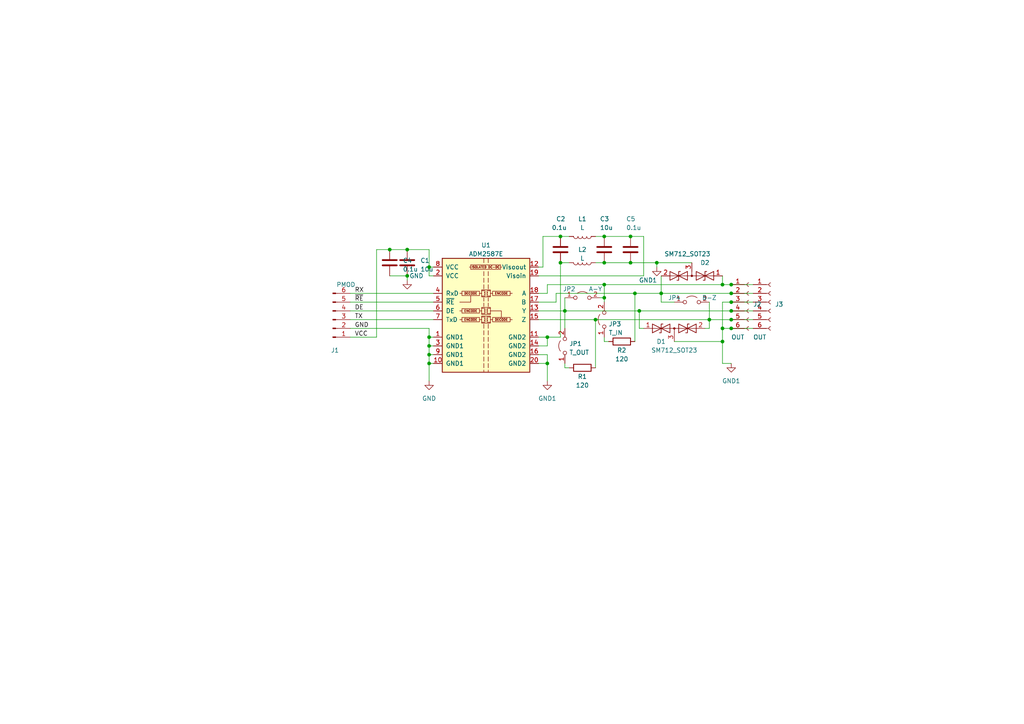
<source format=kicad_sch>
(kicad_sch (version 20220103) (generator eeschema)
  (paper "A4")
  (lib_symbols
    (symbol "Connector:Conn_01x06_Female" (pin_names (offset 1.016) hide)
      (property "Reference" "J" (at 0 7.62 0))
      (property "Value" "Conn_01x06_Female" (at 0 -10.16 0))
      (symbol "Conn_01x06_Female_1_1"
        (arc (start 0 -7.112) (mid -0.508 -7.62) (end 0 -8.128) (stroke (width 0.1524)))
        (arc (start 0 -4.572) (mid -0.508 -5.08) (end 0 -5.588) (stroke (width 0.1524)))
        (arc (start 0 -2.032) (mid -0.508 -2.54) (end 0 -3.048) (stroke (width 0.1524)))
        (polyline (pts (xy -1.27 -7.62) (xy -0.508 -7.62)) (stroke (width 0.1524)))
        (polyline (pts (xy -1.27 -5.08) (xy -0.508 -5.08)) (stroke (width 0.1524)))
        (polyline (pts (xy -1.27 -2.54) (xy -0.508 -2.54)) (stroke (width 0.1524)))
        (polyline (pts (xy -1.27 0) (xy -0.508 0)) (stroke (width 0.1524)))
        (polyline (pts (xy -1.27 2.54) (xy -0.508 2.54)) (stroke (width 0.1524)))
        (polyline (pts (xy -1.27 5.08) (xy -0.508 5.08)) (stroke (width 0.1524)))
        (arc (start 0 0.508) (mid -0.508 0) (end 0 -0.508) (stroke (width 0.1524)))
        (arc (start 0 3.048) (mid -0.508 2.54) (end 0 2.032) (stroke (width 0.1524)))
        (arc (start 0 5.588) (mid -0.508 5.08) (end 0 4.572) (stroke (width 0.1524)))
        (pin passive line (at -5.08 5.08 0) (length 3.81) (name "Pin_1") (number "1"))
        (pin passive line (at -5.08 2.54 0) (length 3.81) (name "Pin_2") (number "2"))
        (pin passive line (at -5.08 0 0) (length 3.81) (name "Pin_3") (number "3"))
        (pin passive line (at -5.08 -2.54 0) (length 3.81) (name "Pin_4") (number "4"))
        (pin passive line (at -5.08 -5.08 0) (length 3.81) (name "Pin_5") (number "5"))
        (pin passive line (at -5.08 -7.62 0) (length 3.81) (name "Pin_6") (number "6"))
      )
    )
    (symbol "Connector:Conn_01x06_Male" (pin_names (offset 1.016) hide)
      (property "Reference" "J" (at 0 7.62 0))
      (property "Value" "Conn_01x06_Male" (at 0 -10.16 0))
      (symbol "Conn_01x06_Male_1_1"
        (polyline (pts (xy 1.27 -7.62) (xy 0.8636 -7.62)) (stroke (width 0.1524)))
        (polyline (pts (xy 1.27 -5.08) (xy 0.8636 -5.08)) (stroke (width 0.1524)))
        (polyline (pts (xy 1.27 -2.54) (xy 0.8636 -2.54)) (stroke (width 0.1524)))
        (polyline (pts (xy 1.27 0) (xy 0.8636 0)) (stroke (width 0.1524)))
        (polyline (pts (xy 1.27 2.54) (xy 0.8636 2.54)) (stroke (width 0.1524)))
        (polyline (pts (xy 1.27 5.08) (xy 0.8636 5.08)) (stroke (width 0.1524)))
        (rectangle (start 0.8636 -7.493) (end 0 -7.747) (stroke (width 0.1524)) (fill (type outline)))
        (rectangle (start 0.8636 -4.953) (end 0 -5.207) (stroke (width 0.1524)) (fill (type outline)))
        (rectangle (start 0.8636 -2.413) (end 0 -2.667) (stroke (width 0.1524)) (fill (type outline)))
        (rectangle (start 0.8636 0.127) (end 0 -0.127) (stroke (width 0.1524)) (fill (type outline)))
        (rectangle (start 0.8636 2.667) (end 0 2.413) (stroke (width 0.1524)) (fill (type outline)))
        (rectangle (start 0.8636 5.207) (end 0 4.953) (stroke (width 0.1524)) (fill (type outline)))
        (pin passive line (at 5.08 5.08 180) (length 3.81) (name "Pin_1") (number "1"))
        (pin passive line (at 5.08 2.54 180) (length 3.81) (name "Pin_2") (number "2"))
        (pin passive line (at 5.08 0 180) (length 3.81) (name "Pin_3") (number "3"))
        (pin passive line (at 5.08 -2.54 180) (length 3.81) (name "Pin_4") (number "4"))
        (pin passive line (at 5.08 -5.08 180) (length 3.81) (name "Pin_5") (number "5"))
        (pin passive line (at 5.08 -7.62 180) (length 3.81) (name "Pin_6") (number "6"))
      )
    )
    (symbol "Device:C" (pin_numbers hide) (pin_names (offset 0.254))
      (property "Reference" "C" (at 0.635 2.54 0))
      (property "Value" "C" (at 0.635 -2.54 0))
      (symbol "C_0_1"
        (polyline (pts (xy -2.032 -0.762) (xy 2.032 -0.762)) (stroke (width 0.508)))
        (polyline (pts (xy -2.032 0.762) (xy 2.032 0.762)) (stroke (width 0.508)))
      )
      (symbol "C_1_1"
        (pin passive line (at 0 3.81 270) (length 2.794) (name "~") (number "1"))
        (pin passive line (at 0 -3.81 90) (length 2.794) (name "~") (number "2"))
      )
    )
    (symbol "Device:L" (pin_numbers hide) (pin_names (offset 1.016) hide)
      (property "Reference" "L" (at -1.27 0 90))
      (property "Value" "L" (at 1.905 0 90))
      (symbol "L_0_1"
        (arc (start 0 -2.54) (mid 0.635 -1.905) (end 0 -1.27))
        (arc (start 0 -1.27) (mid 0.635 -0.635) (end 0 0))
        (arc (start 0 0) (mid 0.635 0.635) (end 0 1.27))
        (arc (start 0 1.27) (mid 0.635 1.905) (end 0 2.54))
      )
      (symbol "L_1_1"
        (pin passive line (at 0 3.81 270) (length 1.27) (name "1") (number "1"))
        (pin passive line (at 0 -3.81 90) (length 1.27) (name "2") (number "2"))
      )
    )
    (symbol "Device:R" (pin_numbers hide) (pin_names (offset 0))
      (property "Reference" "R" (at 2.032 0 90))
      (property "Value" "R" (at 0 0 90))
      (symbol "R_0_1"
        (rectangle (start -1.016 -2.54) (end 1.016 2.54) (stroke (width 0.254)))
      )
      (symbol "R_1_1"
        (pin passive line (at 0 3.81 270) (length 1.27) (name "~") (number "1"))
        (pin passive line (at 0 -3.81 90) (length 1.27) (name "~") (number "2"))
      )
    )
    (symbol "Diode:SM712_SOT23" (pin_names (offset 1.016) hide)
      (property "Reference" "D" (at 0 4.445 0))
      (property "Value" "SM712_SOT23" (at 0 2.54 0))
      (symbol "SM712_SOT23_0_0"
        (polyline (pts (xy 0 -1.27) (xy 0 0)))
      )
      (symbol "SM712_SOT23_0_1"
        (polyline (pts (xy -6.35 0) (xy 6.35 0)))
        (polyline (pts (xy -3.302 1.27) (xy -3.81 1.27) (xy -3.81 -1.27) (xy -4.318 -1.27)) (stroke (width 0.2032)))
        (polyline (pts (xy 4.318 1.27) (xy 3.81 1.27) (xy 3.81 -1.27) (xy 3.302 -1.27)) (stroke (width 0.2032)))
        (polyline (pts (xy -6.35 -1.27) (xy -1.27 1.27) (xy -1.27 -1.27) (xy -6.35 1.27) (xy -6.35 -1.27)) (stroke (width 0.2032)))
        (polyline (pts (xy 1.27 -1.27) (xy 1.27 1.27) (xy 6.35 -1.27) (xy 6.35 1.27) (xy 1.27 -1.27)) (stroke (width 0.2032)))
        (circle (center 0 0) (radius 0.254) (fill (type outline)))
      )
      (symbol "SM712_SOT23_1_1"
        (pin passive line (at -8.89 0 0) (length 2.54) (name "A1") (number "1"))
        (pin passive line (at 8.89 0 180) (length 2.54) (name "A2") (number "2"))
        (pin input line (at 0 -3.81 90) (length 2.54) (name "common") (number "3"))
      )
    )
    (symbol "Interface_UART:ADM2587E" (pin_names (offset 1.016))
      (property "Reference" "U" (at 0 21.59 0))
      (property "Value" "ADM2587E" (at 0 19.05 0))
      (symbol "ADM2587E_0_0"
        (rectangle (start -1.905 0.635) (end -6.985 -0.635))
        (rectangle (start -1.27 1.016) (end 1.27 -1.016))
        (rectangle (start -1.27 3.556) (end 1.27 1.524))
        (rectangle (start -1.27 8.636) (end 1.27 6.604))
        (arc (start -0.508 -0.762) (mid -0.254 -0.508) (end -0.508 -0.254))
        (arc (start -0.508 -0.254) (mid -0.254 0) (end -0.508 0.254))
        (arc (start -0.508 0.254) (mid -0.254 0.508) (end -0.508 0.762))
        (arc (start -0.508 1.778) (mid -0.254 2.032) (end -0.508 2.286))
        (arc (start -0.508 2.286) (mid -0.254 2.54) (end -0.508 2.794))
        (arc (start -0.508 2.794) (mid -0.254 3.048) (end -0.508 3.302))
        (arc (start -0.508 6.858) (mid -0.254 7.112) (end -0.508 7.366))
        (arc (start -0.508 7.366) (mid -0.254 7.62) (end -0.508 7.874))
        (arc (start -0.508 7.874) (mid -0.254 8.128) (end -0.508 8.382))
        (polyline (pts (xy -6.985 0) (xy -7.62 0)))
        (polyline (pts (xy -6.985 2.54) (xy -7.62 2.54)))
        (polyline (pts (xy -6.985 7.62) (xy -7.62 7.62)))
        (polyline (pts (xy -4.445 14.605) (xy 4.191 14.605)))
        (polyline (pts (xy -4.445 15.24) (xy -4.826 15.24)))
        (polyline (pts (xy -4.445 15.875) (xy -4.445 14.605)))
        (polyline (pts (xy -1.905 0) (xy -1.27 0)))
        (polyline (pts (xy -1.905 2.54) (xy -1.27 2.54)))
        (polyline (pts (xy -1.905 7.62) (xy -1.27 7.62)))
        (polyline (pts (xy -1.27 -0.762) (xy -0.508 -0.762)))
        (polyline (pts (xy -1.27 0.762) (xy -0.508 0.762)))
        (polyline (pts (xy -1.27 1.778) (xy -0.508 1.778)))
        (polyline (pts (xy -1.27 3.302) (xy -0.508 3.302)))
        (polyline (pts (xy -1.27 6.858) (xy -0.508 6.858)))
        (polyline (pts (xy -1.27 8.382) (xy -0.508 8.382)))
        (polyline (pts (xy -0.635 -14.605) (xy -0.635 -15.24)))
        (polyline (pts (xy -0.635 -12.7) (xy -0.635 -13.97)))
        (polyline (pts (xy -0.635 -10.795) (xy -0.635 -12.065)))
        (polyline (pts (xy -0.635 -8.89) (xy -0.635 -10.16)))
        (polyline (pts (xy -0.635 -6.985) (xy -0.635 -8.255)))
        (polyline (pts (xy -0.635 -5.08) (xy -0.635 -6.35)))
        (polyline (pts (xy -0.635 -3.175) (xy -0.635 -4.445)))
        (polyline (pts (xy -0.635 -1.27) (xy -0.635 -2.54)))
        (polyline (pts (xy -0.635 4.826) (xy -0.635 3.81)))
        (polyline (pts (xy -0.635 6.35) (xy -0.635 5.334)))
        (polyline (pts (xy -0.635 8.89) (xy -0.635 10.16)))
        (polyline (pts (xy -0.635 10.795) (xy -0.635 12.065)))
        (polyline (pts (xy -0.635 12.7) (xy -0.635 13.97)))
        (polyline (pts (xy -0.635 17.78) (xy -0.635 16.51)))
        (polyline (pts (xy 0.635 -14.605) (xy 0.635 -15.24)))
        (polyline (pts (xy 0.635 -12.7) (xy 0.635 -13.97)))
        (polyline (pts (xy 0.635 -10.795) (xy 0.635 -12.065)))
        (polyline (pts (xy 0.635 -8.89) (xy 0.635 -10.16)))
        (polyline (pts (xy 0.635 -6.985) (xy 0.635 -8.255)))
        (polyline (pts (xy 0.635 -5.08) (xy 0.635 -6.35)))
        (polyline (pts (xy 0.635 -3.175) (xy 0.635 -4.445)))
        (polyline (pts (xy 0.635 -1.27) (xy 0.635 -2.54)))
        (polyline (pts (xy 0.635 3.81) (xy 0.635 4.826)))
        (polyline (pts (xy 0.635 6.35) (xy 0.635 5.334)))
        (polyline (pts (xy 0.635 8.89) (xy 0.635 10.16)))
        (polyline (pts (xy 0.635 12.065) (xy 0.635 10.795)))
        (polyline (pts (xy 0.635 13.97) (xy 0.635 12.7)))
        (polyline (pts (xy 0.635 17.78) (xy 0.635 16.51)))
        (polyline (pts (xy 1.27 -0.762) (xy 0.508 -0.762)))
        (polyline (pts (xy 1.27 0.762) (xy 0.508 0.762)))
        (polyline (pts (xy 1.27 1.778) (xy 0.508 1.778)))
        (polyline (pts (xy 1.27 3.302) (xy 0.508 3.302)))
        (polyline (pts (xy 1.27 6.858) (xy 0.508 6.858)))
        (polyline (pts (xy 1.27 8.382) (xy 0.508 8.382)))
        (polyline (pts (xy 1.905 0) (xy 1.27 0)))
        (polyline (pts (xy 1.905 7.62) (xy 1.27 7.62)))
        (polyline (pts (xy 4.191 15.24) (xy 4.572 15.24)))
        (polyline (pts (xy 4.191 15.875) (xy -4.445 15.875)))
        (polyline (pts (xy 4.191 15.875) (xy 4.191 14.605)))
        (polyline (pts (xy 6.985 0) (xy 7.62 0)))
        (polyline (pts (xy 6.985 7.62) (xy 7.62 7.62)))
        (arc (start 0.508 -0.254) (mid 0.254 -0.508) (end 0.508 -0.762))
        (arc (start 0.508 0.254) (mid 0.254 0) (end 0.508 -0.254))
        (arc (start 0.508 0.762) (mid 0.254 0.508) (end 0.508 0.254))
        (arc (start 0.508 2.286) (mid 0.254 2.032) (end 0.508 1.778))
        (arc (start 0.508 2.794) (mid 0.254 2.54) (end 0.508 2.286))
        (arc (start 0.508 3.302) (mid 0.254 3.048) (end 0.508 2.794))
        (arc (start 0.508 7.366) (mid 0.254 7.112) (end 0.508 6.858))
        (arc (start 0.508 7.874) (mid 0.254 7.62) (end 0.508 7.366))
        (arc (start 0.508 8.382) (mid 0.254 8.128) (end 0.508 7.874))
        (rectangle (start 1.905 0.635) (end 6.985 -0.635))
        (rectangle (start 1.905 8.255) (end 6.985 6.985))
        (text "DECODE" (at -4.445 7.62 0) (effects (font (size 0.635 0.635))))
        (text "DECODE" (at 4.445 0 0) (effects (font (size 0.635 0.635))))
        (text "ENCODE" (at -4.445 0 0) (effects (font (size 0.635 0.635))))
        (text "ENCODE" (at -4.445 2.54 0) (effects (font (size 0.635 0.635))))
        (text "ENCODE" (at 4.445 7.62 0) (effects (font (size 0.635 0.635))))
        (text "ISOLATED DC-DC" (at -0.127 15.24 0) (effects (font (size 0.635 0.635))))
      )
      (symbol "ADM2587E_0_1"
        (rectangle (start -12.7 17.78) (end 12.7 -15.24) (stroke (width 0.254)) (fill (type background)))
        (rectangle (start -1.905 3.175) (end -6.985 1.905))
        (rectangle (start -1.905 8.255) (end -6.985 6.985))
        (polyline (pts (xy -7.62 5.08) (xy -4.445 5.08) (xy -4.445 6.985)))
        (polyline (pts (xy 1.27 2.54) (xy 4.445 2.54) (xy 4.445 0.635)))
      )
      (symbol "ADM2587E_1_1"
        (pin power_in line (at -15.24 -5.08 0) (length 2.54) (name "GND1") (number "1"))
        (pin power_in line (at -15.24 -12.7 0) (length 2.54) (name "GND1") (number "10"))
        (pin power_in line (at 15.24 -5.08 180) (length 2.54) (name "GND2") (number "11"))
        (pin power_out line (at 15.24 15.24 180) (length 2.54) (name "Visoout") (number "12"))
        (pin output line (at 15.24 2.54 180) (length 2.54) (name "Y") (number "13"))
        (pin power_in line (at 15.24 -7.62 180) (length 2.54) (name "GND2") (number "14"))
        (pin output line (at 15.24 0 180) (length 2.54) (name "Z") (number "15"))
        (pin power_in line (at 15.24 -10.16 180) (length 2.54) (name "GND2") (number "16"))
        (pin input line (at 15.24 5.08 180) (length 2.54) (name "B") (number "17"))
        (pin input line (at 15.24 7.62 180) (length 2.54) (name "A") (number "18"))
        (pin power_in line (at 15.24 12.7 180) (length 2.54) (name "Visoin") (number "19"))
        (pin power_in line (at -15.24 12.7 0) (length 2.54) (name "VCC") (number "2"))
        (pin power_in line (at 15.24 -12.7 180) (length 2.54) (name "GND2") (number "20"))
        (pin power_in line (at -15.24 -7.62 0) (length 2.54) (name "GND1") (number "3"))
        (pin output line (at -15.24 7.62 0) (length 2.54) (name "RxD") (number "4"))
        (pin input line (at -15.24 5.08 0) (length 2.54) (name "~{RE}") (number "5"))
        (pin input line (at -15.24 2.54 0) (length 2.54) (name "DE") (number "6"))
        (pin input line (at -15.24 0 0) (length 2.54) (name "TxD") (number "7"))
        (pin power_in line (at -15.24 15.24 0) (length 2.54) (name "VCC") (number "8"))
        (pin power_in line (at -15.24 -10.16 0) (length 2.54) (name "GND1") (number "9"))
      )
    )
    (symbol "Jumper:Jumper_2_Open" (pin_names (offset 0) hide)
      (property "Reference" "JP" (at 0 2.794 0))
      (property "Value" "Jumper_2_Open" (at 0 -2.286 0))
      (symbol "Jumper_2_Open_0_0"
        (circle (center -2.032 0) (radius 0.508))
        (circle (center 2.032 0) (radius 0.508))
      )
      (symbol "Jumper_2_Open_0_1"
        (arc (start 1.524 1.27) (mid 0 1.778) (end -1.524 1.27))
      )
      (symbol "Jumper_2_Open_1_1"
        (pin passive line (at -5.08 0 0) (length 2.54) (name "A") (number "1"))
        (pin passive line (at 5.08 0 180) (length 2.54) (name "B") (number "2"))
      )
    )
    (symbol "power:GND" (power) (pin_names (offset 0))
      (property "Value" "GND" (at 0 -3.81 0))
      (symbol "GND_0_1"
        (polyline (pts (xy 0 0) (xy 0 -1.27) (xy 1.27 -1.27) (xy 0 -2.54) (xy -1.27 -1.27) (xy 0 -1.27)))
      )
      (symbol "GND_1_1"
        (pin power_in line (at 0 0 270) (length 0) hide (name "GND") (number "1"))
      )
    )
    (symbol "power:GND1" (power) (pin_names (offset 0))
      (property "Value" "GND1" (at 0 -3.81 0))
      (symbol "GND1_0_1"
        (polyline (pts (xy 0 0) (xy 0 -1.27) (xy 1.27 -1.27) (xy 0 -2.54) (xy -1.27 -1.27) (xy 0 -1.27)))
      )
      (symbol "GND1_1_1"
        (pin power_in line (at 0 0 270) (length 0) hide (name "GND1") (number "1"))
      )
    )
  )
  (junction (at 190.5 76.2))
  (junction (at 175.26 82.55))
  (junction (at 172.72 92.71))
  (junction (at 113.03 72.39))
  (junction (at 185.42 90.17))
  (junction (at 212.09 85.09))
  (junction (at 191.77 85.09))
  (junction (at 163.83 90.17))
  (junction (at 205.74 92.71))
  (junction (at 118.11 72.39))
  (junction (at 209.55 99.06))
  (junction (at 162.56 68.58))
  (junction (at 175.26 76.2))
  (junction (at 212.09 87.63))
  (junction (at 212.09 90.17))
  (junction (at 182.88 68.58))
  (junction (at 212.09 82.55))
  (junction (at 175.26 68.58))
  (junction (at 175.26 86.36))
  (junction (at 158.75 105.41))
  (junction (at 124.46 102.87))
  (junction (at 212.09 95.25))
  (junction (at 182.88 76.2))
  (junction (at 162.56 76.2))
  (junction (at 212.09 92.71))
  (junction (at 209.55 95.25))
  (junction (at 158.75 97.79))
  (junction (at 124.46 77.47))
  (junction (at 118.11 80.01))
  (junction (at 124.46 100.33))
  (junction (at 124.46 105.41))
  (junction (at 209.55 82.55))
  (junction (at 124.46 97.79))
  (junction (at 184.15 85.09))
  (wire (pts (xy 163.83 86.36) (xy 163.83 90.17)))
  (wire (pts (xy 182.88 68.58) (xy 186.69 68.58)))
  (wire (pts (xy 190.5 76.2) (xy 190.5 77.47)))
  (wire (pts (xy 209.55 105.41) (xy 212.09 105.41)))
  (wire (pts (xy 209.55 80.01) (xy 209.55 82.55)))
  (wire (pts (xy 172.72 92.71) (xy 205.74 92.71)))
  (wire (pts (xy 205.74 87.63) (xy 205.74 92.71)))
  (wire (pts (xy 175.26 76.2) (xy 182.88 76.2)))
  (wire (pts (xy 158.75 97.79) (xy 158.75 100.33)))
  (wire (pts (xy 175.26 99.06) (xy 176.53 99.06)))
  (wire (pts (xy 162.56 68.58) (xy 165.1 68.58)))
  (wire (pts (xy 124.46 80.01) (xy 124.46 77.47)))
  (wire (pts (xy 158.75 105.41) (xy 158.75 110.49)))
  (wire (pts (xy 158.75 102.87) (xy 158.75 105.41)))
  (wire (pts (xy 124.46 102.87) (xy 125.73 102.87)))
  (wire (pts (xy 182.88 76.2) (xy 190.5 76.2)))
  (wire (pts (xy 175.26 97.79) (xy 175.26 99.06)))
  (wire (pts (xy 156.21 100.33) (xy 158.75 100.33)))
  (wire (pts (xy 172.72 92.71) (xy 172.72 106.68)))
  (wire (pts (xy 118.11 80.01) (xy 118.11 81.28)))
  (wire (pts (xy 191.77 85.09) (xy 191.77 87.63)))
  (wire (pts (xy 162.56 97.79) (xy 158.75 97.79)))
  (wire (pts (xy 186.69 80.01) (xy 156.21 80.01)))
  (wire (pts (xy 101.6 90.17) (xy 125.73 90.17)))
  (wire (pts (xy 124.46 97.79) (xy 124.46 100.33)))
  (wire (pts (xy 186.69 68.58) (xy 186.69 80.01)))
  (wire (pts (xy 162.56 76.2) (xy 162.56 97.79)))
  (wire (pts (xy 172.72 76.2) (xy 175.26 76.2)))
  (wire (pts (xy 109.22 97.79) (xy 109.22 72.39)))
  (wire (pts (xy 156.21 102.87) (xy 158.75 102.87)))
  (wire (pts (xy 190.5 76.2) (xy 200.66 76.2)))
  (wire (pts (xy 184.15 85.09) (xy 191.77 85.09)))
  (wire (pts (xy 212.09 95.25) (xy 218.44 95.25)))
  (wire (pts (xy 161.29 87.63) (xy 161.29 85.09)))
  (wire (pts (xy 158.75 82.55) (xy 158.75 85.09)))
  (wire (pts (xy 156.21 77.47) (xy 157.48 77.47)))
  (wire (pts (xy 156.21 105.41) (xy 158.75 105.41)))
  (wire (pts (xy 124.46 105.41) (xy 125.73 105.41)))
  (wire (pts (xy 113.03 72.39) (xy 118.11 72.39)))
  (wire (pts (xy 212.09 87.63) (xy 218.44 87.63)))
  (wire (pts (xy 162.56 76.2) (xy 165.1 76.2)))
  (wire (pts (xy 163.83 105.41) (xy 163.83 106.68)))
  (wire (pts (xy 156.21 87.63) (xy 161.29 87.63)))
  (wire (pts (xy 124.46 77.47) (xy 124.46 72.39)))
  (wire (pts (xy 175.26 86.36) (xy 175.26 87.63)))
  (wire (pts (xy 209.55 82.55) (xy 212.09 82.55)))
  (wire (pts (xy 212.09 85.09) (xy 218.44 85.09)))
  (wire (pts (xy 172.72 68.58) (xy 175.26 68.58)))
  (wire (pts (xy 157.48 68.58) (xy 162.56 68.58)))
  (wire (pts (xy 195.58 99.06) (xy 209.55 99.06)))
  (wire (pts (xy 212.09 92.71) (xy 218.44 92.71)))
  (wire (pts (xy 158.75 82.55) (xy 175.26 82.55)))
  (wire (pts (xy 124.46 100.33) (xy 124.46 102.87)))
  (wire (pts (xy 175.26 82.55) (xy 209.55 82.55)))
  (wire (pts (xy 163.83 90.17) (xy 185.42 90.17)))
  (wire (pts (xy 205.74 95.25) (xy 205.74 92.71)))
  (wire (pts (xy 124.46 102.87) (xy 124.46 105.41)))
  (wire (pts (xy 125.73 97.79) (xy 124.46 97.79)))
  (wire (pts (xy 156.21 92.71) (xy 172.72 92.71)))
  (wire (pts (xy 185.42 95.25) (xy 185.42 90.17)))
  (wire (pts (xy 186.69 95.25) (xy 185.42 95.25)))
  (wire (pts (xy 175.26 82.55) (xy 175.26 86.36)))
  (wire (pts (xy 124.46 77.47) (xy 125.73 77.47)))
  (wire (pts (xy 124.46 105.41) (xy 124.46 110.49)))
  (wire (pts (xy 156.21 90.17) (xy 163.83 90.17)))
  (wire (pts (xy 209.55 99.06) (xy 209.55 105.41)))
  (wire (pts (xy 191.77 80.01) (xy 191.77 85.09)))
  (wire (pts (xy 184.15 85.09) (xy 184.15 99.06)))
  (wire (pts (xy 101.6 87.63) (xy 125.73 87.63)))
  (wire (pts (xy 163.83 106.68) (xy 165.1 106.68)))
  (wire (pts (xy 212.09 87.63) (xy 209.55 87.63)))
  (wire (pts (xy 205.74 92.71) (xy 212.09 92.71)))
  (wire (pts (xy 212.09 82.55) (xy 218.44 82.55)))
  (wire (pts (xy 191.77 85.09) (xy 212.09 85.09)))
  (wire (pts (xy 157.48 77.47) (xy 157.48 68.58)))
  (wire (pts (xy 204.47 95.25) (xy 205.74 95.25)))
  (wire (pts (xy 209.55 95.25) (xy 212.09 95.25)))
  (wire (pts (xy 124.46 100.33) (xy 125.73 100.33)))
  (wire (pts (xy 209.55 87.63) (xy 209.55 95.25)))
  (wire (pts (xy 163.83 90.17) (xy 163.83 95.25)))
  (wire (pts (xy 101.6 85.09) (xy 125.73 85.09)))
  (wire (pts (xy 101.6 92.71) (xy 125.73 92.71)))
  (wire (pts (xy 101.6 97.79) (xy 109.22 97.79)))
  (wire (pts (xy 124.46 72.39) (xy 118.11 72.39)))
  (wire (pts (xy 124.46 95.25) (xy 124.46 97.79)))
  (wire (pts (xy 125.73 80.01) (xy 124.46 80.01)))
  (wire (pts (xy 173.99 86.36) (xy 175.26 86.36)))
  (wire (pts (xy 161.29 85.09) (xy 184.15 85.09)))
  (wire (pts (xy 101.6 95.25) (xy 124.46 95.25)))
  (wire (pts (xy 185.42 90.17) (xy 212.09 90.17)))
  (wire (pts (xy 191.77 87.63) (xy 195.58 87.63)))
  (wire (pts (xy 158.75 85.09) (xy 156.21 85.09)))
  (wire (pts (xy 175.26 68.58) (xy 182.88 68.58)))
  (wire (pts (xy 209.55 95.25) (xy 209.55 99.06)))
  (wire (pts (xy 113.03 80.01) (xy 118.11 80.01)))
  (wire (pts (xy 156.21 97.79) (xy 158.75 97.79)))
  (wire (pts (xy 109.22 72.39) (xy 113.03 72.39)))
  (wire (pts (xy 212.09 90.17) (xy 218.44 90.17)))
  (label "VCC" (at 102.87 97.79 0))
  (label "TX" (at 102.87 92.71 0))
  (label "GND" (at 102.87 95.25 0))
  (label "RX" (at 102.87 85.09 0))
  (label "~{RE}" (at 102.87 87.63 0))
  (label "DE" (at 102.87 90.17 0))
  (symbol (lib_id "Device:L") (at 168.91 68.58 270) (unit 1)
    (property "Reference" "L1" (at 168.91 63.5 90))
    (property "Value" "L" (at 168.91 66.04 90))
    (property "Footprint" "Inductor_SMD:L_0603_1608Metric_Pad1.05x0.95mm_HandSolder" (effects hide))
  )
  (symbol (lib_id "Jumper:Jumper_2_Open") (at 168.91 86.36 0) (unit 1)
    (property "Reference" "JP2" (at 165.1 83.82 0))
    (property "Value" "A-Y" (at 172.72 83.82 0))
    (property "Footprint" "Connector_PinHeader_2.54mm:PinHeader_1x02_P2.54mm_Vertical" (effects hide))
  )
  (symbol (lib_id "Jumper:Jumper_2_Open") (at 163.83 100.33 90) (unit 1)
    (property "Reference" "JP1" (at 165.1 99.695 90) (effects (justify right)))
    (property "Value" "T_OUT" (at 165.1 102.235 90) (effects (justify right)))
    (property "Footprint" "Connector_PinHeader_2.54mm:PinHeader_1x02_P2.54mm_Vertical" (effects hide))
  )
  (symbol (lib_id "Jumper:Jumper_2_Open") (at 175.26 92.71 90) (unit 1)
    (property "Reference" "JP3" (at 176.53 93.98 90) (effects (justify right)))
    (property "Value" "T_IN" (at 176.53 96.52 90) (effects (justify right)))
    (property "Footprint" "Connector_PinHeader_2.54mm:PinHeader_1x02_P2.54mm_Vertical" (effects hide))
  )
  (symbol (lib_id "Diode:SM712_SOT23") (at 195.58 95.25 0) (unit 1)
    (property "Reference" "D1" (at 191.77 99.06 0))
    (property "Value" "SM712_SOT23" (at 195.58 101.6 0))
    (property "Footprint" "Package_TO_SOT_SMD:SOT-23" (effects hide))
    (property "Datasheet" "https://www.littelfuse.com/~/media/electronics/datasheets/tvs_diode_arrays/littelfuse_tvs_diode_array_sm712_datasheet.pdf.pdf" (effects hide))
  )
  (symbol (lib_id "Diode:SM712_SOT23") (at 200.66 80.01 180) (unit 1)
    (property "Reference" "D2" (at 204.47 76.2 0))
    (property "Value" "SM712_SOT23" (at 199.39 73.66 0))
    (property "Footprint" "Package_TO_SOT_SMD:SOT-23" (effects hide))
    (property "Datasheet" "https://www.littelfuse.com/~/media/electronics/datasheets/tvs_diode_arrays/littelfuse_tvs_diode_array_sm712_datasheet.pdf.pdf" (effects hide))
  )
  (symbol (lib_id "power:GND1") (at 212.09 105.41 0) (unit 1)
    (property "Reference" "#PWR05" (effects hide))
    (property "Value" "GND1" (at 212.09 110.49 0))
  )
  (symbol (lib_id "Device:C") (at 162.56 72.39 0) (unit 1)
    (property "Reference" "C2" (at 161.29 63.5 0) (effects (justify left)))
    (property "Value" "0.1u" (at 160.02 66.04 0) (effects (justify left)))
    (property "Footprint" "Capacitor_SMD:C_0603_1608Metric_Pad1.08x0.95mm_HandSolder" (effects hide))
  )
  (symbol (lib_id "power:GND1") (at 158.75 110.49 0) (unit 1)
    (property "Reference" "#PWR03" (effects hide))
    (property "Value" "GND1" (at 158.75 115.57 0))
  )
  (symbol (lib_id "Connector:Conn_01x06_Female") (at 223.52 87.63 0) (unit 1)
    (property "Reference" "J3" (at 224.79 88.265 0) (effects (justify left)))
    (property "Value" "OUT" (at 218.44 97.79 0) (effects (justify left)))
    (property "Footprint" "Connector_PinHeader_2.54mm:PinHeader_1x06_P2.54mm_Vertical" (effects hide))
  )
  (symbol (lib_id "Device:L") (at 168.91 76.2 270) (unit 1)
    (property "Reference" "L2" (at 168.91 72.39 90))
    (property "Value" "L" (at 168.91 74.93 90))
    (property "Footprint" "Inductor_SMD:L_0603_1608Metric_Pad1.05x0.95mm_HandSolder" (effects hide))
  )
  (symbol (lib_id "power:GND") (at 118.11 81.28 0) (unit 1)
    (property "Reference" "#PWR01" (effects hide))
    (property "Value" "GND" (at 118.745 80.01 0) (effects (justify left)))
  )
  (symbol (lib_id "Connector:Conn_01x06_Male") (at 96.52 92.71 0) (mirror x) (unit 1)
    (property "Reference" "J1" (at 97.155 101.6 0))
    (property "Value" "PMOD" (at 100.33 82.55 0))
    (property "Footprint" "Connector_PinHeader_2.54mm:PinHeader_1x06_P2.54mm_Horizontal" (effects hide))
  )
  (symbol (lib_id "Connector:Conn_01x06_Female") (at 217.17 87.63 0) (unit 1)
    (property "Reference" "J2" (at 218.44 88.265 0) (effects (justify left)))
    (property "Value" "OUT" (at 212.09 97.79 0) (effects (justify left)))
    (property "Footprint" "Connector_PinHeader_2.54mm:PinHeader_1x06_P2.54mm_Vertical" (effects hide))
  )
  (symbol (lib_id "Device:C") (at 113.03 76.2 0) (unit 1)
    (property "Reference" "C4" (at 116.84 75.565 0) (effects (justify left)))
    (property "Value" "0.1u" (at 116.84 78.105 0) (effects (justify left)))
    (property "Footprint" "Capacitor_SMD:C_0603_1608Metric_Pad1.08x0.95mm_HandSolder" (effects hide))
  )
  (symbol (lib_id "Device:C") (at 118.11 76.2 180) (unit 1)
    (property "Reference" "C1" (at 121.92 75.565 0) (effects (justify right)))
    (property "Value" "10u" (at 121.92 78.105 0) (effects (justify right)))
    (property "Footprint" "Capacitor_SMD:C_0603_1608Metric_Pad1.08x0.95mm_HandSolder" (effects hide))
  )
  (symbol (lib_id "power:GND1") (at 190.5 77.47 0) (unit 1)
    (property "Reference" "#PWR04" (effects hide))
    (property "Value" "GND1" (at 187.96 81.28 0))
  )
  (symbol (lib_id "Device:R") (at 168.91 106.68 90) (unit 1)
    (property "Reference" "R1" (at 168.91 109.22 90))
    (property "Value" "120" (at 168.91 111.76 90))
    (property "Footprint" "Resistor_SMD:R_0603_1608Metric_Pad0.98x0.95mm_HandSolder" (effects hide))
  )
  (symbol (lib_id "Jumper:Jumper_2_Open") (at 200.66 87.63 0) (unit 1)
    (property "Reference" "JP4" (at 195.58 86.36 0))
    (property "Value" "B-Z" (at 205.74 86.36 0))
    (property "Footprint" "Connector_PinHeader_2.54mm:PinHeader_1x02_P2.54mm_Vertical" (effects hide))
  )
  (symbol (lib_id "power:GND") (at 124.46 110.49 0) (unit 1)
    (property "Reference" "#PWR02" (effects hide))
    (property "Value" "GND" (at 124.46 115.57 0))
  )
  (symbol (lib_id "Device:R") (at 180.34 99.06 90) (unit 1)
    (property "Reference" "R2" (at 180.34 101.6 90))
    (property "Value" "120" (at 180.34 104.14 90))
    (property "Footprint" "Resistor_SMD:R_0603_1608Metric_Pad0.98x0.95mm_HandSolder" (effects hide))
  )
  (symbol (lib_id "Interface_UART:ADM2587E") (at 140.97 92.71 0) (unit 1)
    (property "Reference" "U1" (at 140.97 71.12 0))
    (property "Value" "ADM2587E" (at 140.97 73.66 0))
    (property "Footprint" "Package_SO:SOIC-20W_7.5x12.8mm_P1.27mm" (effects hide))
    (property "Datasheet" "www.analog.com/media/en/technical-documentation/data-sheets/ADM2582E_2587E.pdf" (effects hide))
  )
  (symbol (lib_id "Device:C") (at 175.26 72.39 0) (unit 1)
    (property "Reference" "C3" (at 173.99 63.5 0) (effects (justify left)))
    (property "Value" "10u" (at 173.99 66.04 0) (effects (justify left)))
    (property "Footprint" "Capacitor_SMD:C_0603_1608Metric_Pad1.08x0.95mm_HandSolder" (effects hide))
  )
  (symbol (lib_id "Device:C") (at 182.88 72.39 0) (unit 1)
    (property "Reference" "C5" (at 181.61 63.5 0) (effects (justify left)))
    (property "Value" "0.1u" (at 181.61 66.04 0) (effects (justify left)))
    (property "Footprint" "Capacitor_SMD:C_0603_1608Metric_Pad1.08x0.95mm_HandSolder" (effects hide))
  )
)
</source>
